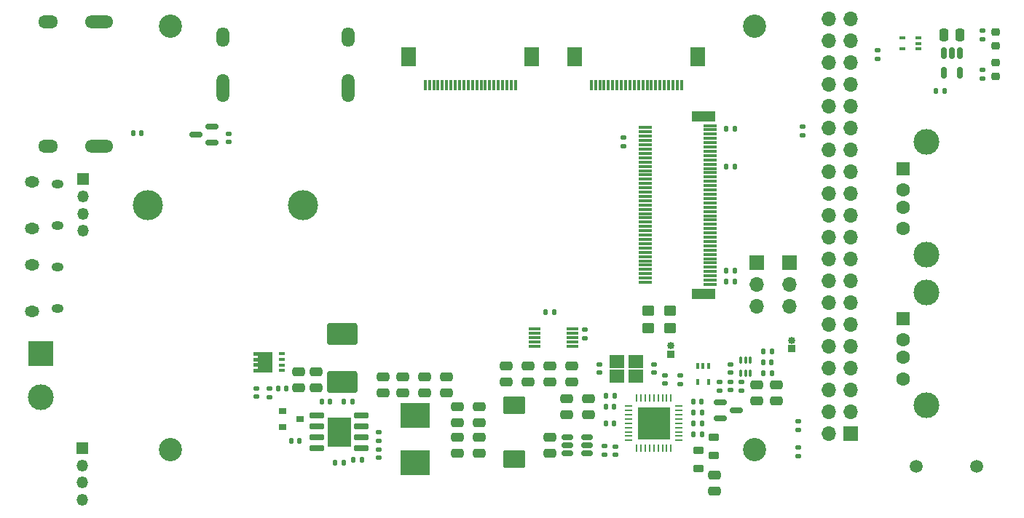
<source format=gts>
G04 #@! TF.GenerationSoftware,KiCad,Pcbnew,(6.99.0-1603-g82820d4b1c)*
G04 #@! TF.CreationDate,2022-06-17T10:58:42+02:00*
G04 #@! TF.ProjectId,Unifying,556e6966-7969-46e6-972e-6b696361645f,rev?*
G04 #@! TF.SameCoordinates,Original*
G04 #@! TF.FileFunction,Soldermask,Top*
G04 #@! TF.FilePolarity,Negative*
%FSLAX46Y46*%
G04 Gerber Fmt 4.6, Leading zero omitted, Abs format (unit mm)*
G04 Created by KiCad (PCBNEW (6.99.0-1603-g82820d4b1c)) date 2022-06-17 10:58:42*
%MOMM*%
%LPD*%
G01*
G04 APERTURE LIST*
G04 Aperture macros list*
%AMRoundRect*
0 Rectangle with rounded corners*
0 $1 Rounding radius*
0 $2 $3 $4 $5 $6 $7 $8 $9 X,Y pos of 4 corners*
0 Add a 4 corners polygon primitive as box body*
4,1,4,$2,$3,$4,$5,$6,$7,$8,$9,$2,$3,0*
0 Add four circle primitives for the rounded corners*
1,1,$1+$1,$2,$3*
1,1,$1+$1,$4,$5*
1,1,$1+$1,$6,$7*
1,1,$1+$1,$8,$9*
0 Add four rect primitives between the rounded corners*
20,1,$1+$1,$2,$3,$4,$5,0*
20,1,$1+$1,$4,$5,$6,$7,0*
20,1,$1+$1,$6,$7,$8,$9,0*
20,1,$1+$1,$8,$9,$2,$3,0*%
%AMFreePoly0*
4,1,17,1.395000,0.765000,0.855000,0.765000,0.855000,0.535000,1.395000,0.535000,1.395000,0.115000,0.855000,0.115000,0.855000,-0.115000,1.395000,-0.115000,1.395000,-0.535000,0.855000,-0.535000,0.855000,-0.765000,1.395000,-0.765000,1.395000,-1.185000,-0.855000,-1.185000,-0.855000,1.185000,1.395000,1.185000,1.395000,0.765000,1.395000,0.765000,$1*%
G04 Aperture macros list end*
%ADD10R,0.300000X1.300000*%
%ADD11R,1.800000X2.200000*%
%ADD12RoundRect,0.135000X-0.185000X0.135000X-0.185000X-0.135000X0.185000X-0.135000X0.185000X0.135000X0*%
%ADD13RoundRect,0.135000X0.135000X0.185000X-0.135000X0.185000X-0.135000X-0.185000X0.135000X-0.185000X0*%
%ADD14RoundRect,0.135000X0.185000X-0.135000X0.185000X0.135000X-0.185000X0.135000X-0.185000X-0.135000X0*%
%ADD15C,2.700000*%
%ADD16R,0.400000X0.650000*%
%ADD17R,0.850000X0.850000*%
%ADD18O,0.850000X0.850000*%
%ADD19RoundRect,0.250000X0.475000X-0.250000X0.475000X0.250000X-0.475000X0.250000X-0.475000X-0.250000X0*%
%ADD20C,3.500000*%
%ADD21RoundRect,0.140000X0.140000X0.170000X-0.140000X0.170000X-0.140000X-0.170000X0.140000X-0.170000X0*%
%ADD22R,3.000000X3.000000*%
%ADD23C,3.000000*%
%ADD24RoundRect,0.150000X-0.587500X-0.150000X0.587500X-0.150000X0.587500X0.150000X-0.587500X0.150000X0*%
%ADD25RoundRect,0.250000X-0.475000X0.250000X-0.475000X-0.250000X0.475000X-0.250000X0.475000X0.250000X0*%
%ADD26RoundRect,0.135000X-0.135000X-0.185000X0.135000X-0.185000X0.135000X0.185000X-0.135000X0.185000X0*%
%ADD27R,0.700000X0.420000*%
%ADD28FreePoly0,180.000000*%
%ADD29RoundRect,0.250000X-0.450000X0.350000X-0.450000X-0.350000X0.450000X-0.350000X0.450000X0.350000X0*%
%ADD30R,1.800000X1.500000*%
%ADD31R,3.500000X2.950000*%
%ADD32RoundRect,0.250000X-1.025000X0.787500X-1.025000X-0.787500X1.025000X-0.787500X1.025000X0.787500X0*%
%ADD33RoundRect,0.140000X-0.170000X0.140000X-0.170000X-0.140000X0.170000X-0.140000X0.170000X0.140000X0*%
%ADD34R,0.900000X0.800000*%
%ADD35RoundRect,0.250000X0.250000X0.475000X-0.250000X0.475000X-0.250000X-0.475000X0.250000X-0.475000X0*%
%ADD36RoundRect,0.140000X0.170000X-0.140000X0.170000X0.140000X-0.170000X0.140000X-0.170000X-0.140000X0*%
%ADD37RoundRect,0.250000X0.450000X-0.350000X0.450000X0.350000X-0.450000X0.350000X-0.450000X-0.350000X0*%
%ADD38R,1.400000X0.300000*%
%ADD39R,1.700000X1.700000*%
%ADD40O,1.700000X1.700000*%
%ADD41RoundRect,0.079000X-0.079000X0.343500X-0.079000X-0.343500X0.079000X-0.343500X0.079000X0.343500X0*%
%ADD42RoundRect,0.140000X-0.140000X-0.170000X0.140000X-0.170000X0.140000X0.170000X-0.140000X0.170000X0*%
%ADD43RoundRect,0.150000X-0.150000X0.512500X-0.150000X-0.512500X0.150000X-0.512500X0.150000X0.512500X0*%
%ADD44R,2.710000X3.400000*%
%ADD45RoundRect,0.150000X-0.737500X-0.150000X0.737500X-0.150000X0.737500X0.150000X-0.737500X0.150000X0*%
%ADD46RoundRect,0.062500X-0.350000X-0.062500X0.350000X-0.062500X0.350000X0.062500X-0.350000X0.062500X0*%
%ADD47RoundRect,0.062500X-0.062500X-0.350000X0.062500X-0.350000X0.062500X0.350000X-0.062500X0.350000X0*%
%ADD48R,3.700000X3.700000*%
%ADD49RoundRect,0.218750X-0.256250X0.218750X-0.256250X-0.218750X0.256250X-0.218750X0.256250X0.218750X0*%
%ADD50RoundRect,0.218750X-0.381250X0.218750X-0.381250X-0.218750X0.381250X-0.218750X0.381250X0.218750X0*%
%ADD51R,0.650000X0.400000*%
%ADD52RoundRect,0.218750X0.381250X-0.218750X0.381250X0.218750X-0.381250X0.218750X-0.381250X-0.218750X0*%
%ADD53R,2.750000X1.200000*%
%ADD54R,1.550000X0.300000*%
%ADD55RoundRect,0.249999X-1.500001X1.025001X-1.500001X-1.025001X1.500001X-1.025001X1.500001X1.025001X0*%
%ADD56RoundRect,0.150000X0.587500X0.150000X-0.587500X0.150000X-0.587500X-0.150000X0.587500X-0.150000X0*%
%ADD57RoundRect,0.150000X-0.512500X-0.150000X0.512500X-0.150000X0.512500X0.150000X-0.512500X0.150000X0*%
%ADD58RoundRect,0.218750X0.256250X-0.218750X0.256250X0.218750X-0.256250X0.218750X-0.256250X-0.218750X0*%
%ADD59O,1.700000X1.300000*%
%ADD60O,1.400000X1.000000*%
%ADD61R,1.350000X1.350000*%
%ADD62O,1.350000X1.350000*%
%ADD63O,1.500000X2.300000*%
%ADD64O,1.500000X3.300000*%
%ADD65C,1.500000*%
%ADD66R,1.500000X1.600000*%
%ADD67C,1.600000*%
%ADD68O,2.300000X1.500000*%
%ADD69O,3.300000X1.500000*%
G04 APERTURE END LIST*
D10*
X154713999Y-88895999D03*
X154213999Y-88895999D03*
X153713999Y-88895999D03*
X153213999Y-88895999D03*
X152713999Y-88895999D03*
X152213999Y-88895999D03*
X151713999Y-88895999D03*
X151213999Y-88895999D03*
X150713999Y-88895999D03*
X150213999Y-88895999D03*
X149713999Y-88895999D03*
X149213999Y-88895999D03*
X148713999Y-88895999D03*
X148213999Y-88895999D03*
X147713999Y-88895999D03*
X147213999Y-88895999D03*
X146713999Y-88895999D03*
X146213999Y-88895999D03*
X145713999Y-88895999D03*
X145213999Y-88895999D03*
X144713999Y-88895999D03*
X144213999Y-88895999D03*
D11*
X156613999Y-85645999D03*
X142313999Y-85645999D03*
D12*
X187564000Y-128004000D03*
X187564000Y-129024000D03*
D13*
X204630000Y-89580000D03*
X203610000Y-89580000D03*
D12*
X165085000Y-130925000D03*
X165085000Y-131945000D03*
X138796000Y-129274000D03*
X138796000Y-130294000D03*
D14*
X187564000Y-132072000D03*
X187564000Y-131052000D03*
D15*
X182484000Y-131308000D03*
D16*
X177164999Y-121594999D03*
X176514999Y-121594999D03*
X175864999Y-121594999D03*
X175864999Y-123494999D03*
X177164999Y-123494999D03*
D17*
X172749999Y-120199999D03*
D18*
X172749999Y-119199999D03*
D19*
X161275000Y-123495000D03*
X161275000Y-121595000D03*
D20*
X111999000Y-102860000D03*
D21*
X166200000Y-128260000D03*
X165240000Y-128260000D03*
D22*
X99491999Y-120131999D03*
D23*
X99492000Y-125212000D03*
D24*
X178498500Y-125786000D03*
X178498500Y-127686000D03*
X180373500Y-126736000D03*
D19*
X129525000Y-124130000D03*
X129525000Y-122230000D03*
D13*
X136850000Y-132490000D03*
X135830000Y-132490000D03*
D25*
X147940000Y-129850000D03*
X147940000Y-131750000D03*
D26*
X183498000Y-119878000D03*
X184518000Y-119878000D03*
D13*
X180200000Y-110480000D03*
X179180000Y-110480000D03*
D10*
X174017999Y-88895999D03*
X173517999Y-88895999D03*
X173017999Y-88895999D03*
X172517999Y-88895999D03*
X172017999Y-88895999D03*
X171517999Y-88895999D03*
X171017999Y-88895999D03*
X170517999Y-88895999D03*
X170017999Y-88895999D03*
X169517999Y-88895999D03*
X169017999Y-88895999D03*
X168517999Y-88895999D03*
X168017999Y-88895999D03*
X167517999Y-88895999D03*
X167017999Y-88895999D03*
X166517999Y-88895999D03*
X166017999Y-88895999D03*
X165517999Y-88895999D03*
X165017999Y-88895999D03*
X164517999Y-88895999D03*
X164017999Y-88895999D03*
X163517999Y-88895999D03*
D11*
X175917999Y-85645999D03*
X161617999Y-85645999D03*
D26*
X175370000Y-128260000D03*
X176390000Y-128260000D03*
D12*
X126096000Y-124194000D03*
X126096000Y-125214000D03*
D19*
X131572000Y-124130000D03*
X131572000Y-122230000D03*
D27*
X127595999Y-122122999D03*
X127595999Y-121472999D03*
X127595999Y-120822999D03*
X127595999Y-120172999D03*
D28*
X125641000Y-121148000D03*
D25*
X158735000Y-129850000D03*
X158735000Y-131750000D03*
D19*
X158735000Y-123495000D03*
X158735000Y-121595000D03*
D29*
X170165000Y-115195000D03*
X170165000Y-117195000D03*
D30*
X166524999Y-122759999D03*
X168724999Y-122759999D03*
X168724999Y-121059999D03*
X166524999Y-121059999D03*
D19*
X139340000Y-124760000D03*
X139340000Y-122860000D03*
D13*
X135750000Y-125720000D03*
X134730000Y-125720000D03*
D31*
X143049999Y-127374999D03*
X143049999Y-132824999D03*
D32*
X154544000Y-126163500D03*
X154544000Y-132388500D03*
D33*
X166355000Y-130955000D03*
X166355000Y-131915000D03*
D34*
X127635999Y-128701999D03*
X129635999Y-127751999D03*
X127635999Y-126801999D03*
D14*
X208994000Y-88130000D03*
X208994000Y-87110000D03*
D17*
X186799999Y-119599999D03*
D18*
X186799999Y-118599999D03*
D35*
X206388000Y-83048000D03*
X204488000Y-83048000D03*
D36*
X179690000Y-124422000D03*
X179690000Y-123462000D03*
D19*
X150480000Y-128194000D03*
X150480000Y-126294000D03*
D33*
X138796000Y-131336000D03*
X138796000Y-132296000D03*
D26*
X165210000Y-125085000D03*
X166230000Y-125085000D03*
D36*
X164450000Y-122390000D03*
X164450000Y-121430000D03*
D33*
X124572000Y-124224000D03*
X124572000Y-125184000D03*
D37*
X172705000Y-117195000D03*
X172705000Y-115195000D03*
D25*
X182738000Y-123754000D03*
X182738000Y-125654000D03*
D13*
X180200000Y-98415000D03*
X179180000Y-98415000D03*
D19*
X160640000Y-127305000D03*
X160640000Y-125405000D03*
X141590000Y-124765000D03*
X141590000Y-122865000D03*
D38*
X161299999Y-119299999D03*
X161299999Y-118799999D03*
X161299999Y-118299999D03*
X161299999Y-117799999D03*
X161299999Y-117299999D03*
X156899999Y-117299999D03*
X156899999Y-117799999D03*
X156899999Y-118299999D03*
X156899999Y-118799999D03*
X156899999Y-119299999D03*
D39*
X193699999Y-129499999D03*
D40*
X191159999Y-129499999D03*
X193699999Y-126959999D03*
X191159999Y-126959999D03*
X193699999Y-124419999D03*
X191159999Y-124419999D03*
X193699999Y-121879999D03*
X191159999Y-121879999D03*
X193699999Y-119339999D03*
X191159999Y-119339999D03*
X193699999Y-116799999D03*
X191159999Y-116799999D03*
X193699999Y-114259999D03*
X191159999Y-114259999D03*
X193699999Y-111719999D03*
X191159999Y-111719999D03*
X193699999Y-109179999D03*
X191159999Y-109179999D03*
X193699999Y-106639999D03*
X191159999Y-106639999D03*
X193699999Y-104099999D03*
X191159999Y-104099999D03*
X193699999Y-101559999D03*
X191159999Y-101559999D03*
X193699999Y-99019999D03*
X191159999Y-99019999D03*
X193699999Y-96479999D03*
X191159999Y-96479999D03*
X193699999Y-93939999D03*
X191159999Y-93939999D03*
X193699999Y-91399999D03*
X191159999Y-91399999D03*
X193699999Y-88859999D03*
X191159999Y-88859999D03*
X193699999Y-86319999D03*
X191159999Y-86319999D03*
X193699999Y-83779999D03*
X191159999Y-83779999D03*
X193699999Y-81239999D03*
X191159999Y-81239999D03*
D41*
X181976000Y-120894000D03*
X181468000Y-120894000D03*
X180925000Y-120894000D03*
X180925000Y-122418000D03*
X181468000Y-122418000D03*
X181976000Y-122418000D03*
D21*
X128100000Y-124196000D03*
X127140000Y-124196000D03*
X184488000Y-121148000D03*
X183528000Y-121148000D03*
D19*
X144130000Y-124765000D03*
X144130000Y-122865000D03*
D33*
X170800000Y-121430000D03*
X170800000Y-122390000D03*
D20*
X130033000Y-102860000D03*
D26*
X158240000Y-115316000D03*
X159260000Y-115316000D03*
D36*
X172070000Y-123660000D03*
X172070000Y-122700000D03*
D19*
X163180000Y-127305000D03*
X163180000Y-125405000D03*
D13*
X134734000Y-132832000D03*
X133714000Y-132832000D03*
D15*
X182484000Y-82032000D03*
D19*
X177850000Y-136150000D03*
X177850000Y-134250000D03*
D13*
X180200000Y-93970000D03*
X179180000Y-93970000D03*
D42*
X110250000Y-94500000D03*
X111210000Y-94500000D03*
D14*
X188072000Y-94734000D03*
X188072000Y-93714000D03*
D43*
X206388000Y-85212500D03*
X205438000Y-85212500D03*
X204488000Y-85212500D03*
X204488000Y-87487500D03*
X206388000Y-87487500D03*
D21*
X129624000Y-130292000D03*
X128664000Y-130292000D03*
D12*
X196802000Y-84824000D03*
X196802000Y-85844000D03*
D44*
X134223999Y-129275999D03*
D45*
X131661500Y-127371000D03*
X131661500Y-128641000D03*
X131661500Y-129911000D03*
X131661500Y-131181000D03*
X136786500Y-131181000D03*
X136786500Y-129911000D03*
X136786500Y-128641000D03*
X136786500Y-127371000D03*
D46*
X167862500Y-126260000D03*
X167862500Y-126760000D03*
X167862500Y-127260000D03*
X167862500Y-127760000D03*
X167862500Y-128260000D03*
X167862500Y-128760000D03*
X167862500Y-129260000D03*
X167862500Y-129760000D03*
X167862500Y-130260000D03*
D47*
X168800000Y-131197500D03*
X169300000Y-131197500D03*
X169800000Y-131197500D03*
X170300000Y-131197500D03*
X170800000Y-131197500D03*
X171300000Y-131197500D03*
X171800000Y-131197500D03*
X172300000Y-131197500D03*
X172800000Y-131197500D03*
D46*
X173737500Y-130260000D03*
X173737500Y-129760000D03*
X173737500Y-129260000D03*
X173737500Y-128760000D03*
X173737500Y-128260000D03*
X173737500Y-127760000D03*
X173737500Y-127260000D03*
X173737500Y-126760000D03*
X173737500Y-126260000D03*
D47*
X172800000Y-125322500D03*
X172300000Y-125322500D03*
X171800000Y-125322500D03*
X171300000Y-125322500D03*
X170800000Y-125322500D03*
X170300000Y-125322500D03*
X169800000Y-125322500D03*
X169300000Y-125322500D03*
X168800000Y-125322500D03*
D48*
X170799999Y-128259999D03*
D19*
X153655000Y-123495000D03*
X153655000Y-121595000D03*
D14*
X162814000Y-118366000D03*
X162814000Y-117346000D03*
D21*
X133180000Y-125720000D03*
X132220000Y-125720000D03*
D49*
X210518000Y-82768500D03*
X210518000Y-84343500D03*
D12*
X208994000Y-82538000D03*
X208994000Y-83558000D03*
D15*
X114572000Y-131308000D03*
D12*
X180960000Y-123432000D03*
X180960000Y-124452000D03*
D39*
X186549999Y-109549999D03*
D40*
X186549999Y-112089999D03*
X186549999Y-114629999D03*
D50*
X177750000Y-129887500D03*
X177750000Y-132012500D03*
D33*
X179690000Y-121430000D03*
X179690000Y-122390000D03*
D51*
X201561999Y-84713999D03*
X201561999Y-84063999D03*
X201561999Y-83413999D03*
X199661999Y-83413999D03*
X199661999Y-84713999D03*
D26*
X183498000Y-122418000D03*
X184518000Y-122418000D03*
D25*
X185024000Y-123754000D03*
X185024000Y-125654000D03*
D14*
X173848000Y-123690000D03*
X173848000Y-122670000D03*
D19*
X146670000Y-124765000D03*
X146670000Y-122865000D03*
X156195000Y-123495000D03*
X156195000Y-121595000D03*
X147940000Y-128194000D03*
X147940000Y-126294000D03*
D52*
X175950000Y-133562500D03*
X175950000Y-131437500D03*
D53*
X176569999Y-92509999D03*
X176569999Y-113209999D03*
D54*
X177344999Y-93609999D03*
X169794999Y-93859999D03*
X177344999Y-94109999D03*
X169794999Y-94359999D03*
X177344999Y-94609999D03*
X169794999Y-94859999D03*
X177344999Y-95109999D03*
X169794999Y-95359999D03*
X177344999Y-95609999D03*
X169794999Y-95859999D03*
X177344999Y-96109999D03*
X169794999Y-96359999D03*
X177344999Y-96609999D03*
X169794999Y-96859999D03*
X177344999Y-97109999D03*
X169794999Y-97359999D03*
X177344999Y-97609999D03*
X169794999Y-97859999D03*
X177344999Y-98109999D03*
X169794999Y-98359999D03*
X177344999Y-98609999D03*
X169794999Y-98859999D03*
X177344999Y-99109999D03*
X169794999Y-99359999D03*
X177344999Y-99609999D03*
X169794999Y-99859999D03*
X177344999Y-100109999D03*
X169794999Y-100359999D03*
X177344999Y-100609999D03*
X169794999Y-100859999D03*
X177344999Y-101109999D03*
X169794999Y-101359999D03*
X177344999Y-101609999D03*
X169794999Y-101859999D03*
X177344999Y-102109999D03*
X169794999Y-102359999D03*
X177344999Y-102609999D03*
X169794999Y-102859999D03*
X177344999Y-103109999D03*
X169794999Y-103359999D03*
X177344999Y-103609999D03*
X169794999Y-103859999D03*
X177344999Y-104109999D03*
X169794999Y-104359999D03*
X177344999Y-104609999D03*
X169794999Y-104859999D03*
X177344999Y-105109999D03*
X169794999Y-105359999D03*
X177344999Y-105609999D03*
X169794999Y-105859999D03*
X177344999Y-106109999D03*
X169794999Y-106359999D03*
X177344999Y-106609999D03*
X169794999Y-106859999D03*
X177344999Y-107109999D03*
X169794999Y-107359999D03*
X177344999Y-107609999D03*
X169794999Y-107859999D03*
X177344999Y-108109999D03*
X169794999Y-108359999D03*
X177344999Y-108609999D03*
X169794999Y-108859999D03*
X177344999Y-109109999D03*
X169794999Y-109359999D03*
X177344999Y-109609999D03*
X169794999Y-109859999D03*
X177344999Y-110109999D03*
X169794999Y-110359999D03*
X177344999Y-110609999D03*
X169794999Y-110859999D03*
X177344999Y-111109999D03*
X169794999Y-111359999D03*
X177344999Y-111609999D03*
X169794999Y-111859999D03*
X177344999Y-112109999D03*
D55*
X134620000Y-117875000D03*
X134620000Y-123425000D03*
D42*
X175400000Y-125720000D03*
X176360000Y-125720000D03*
D56*
X119437500Y-95600000D03*
X119437500Y-93700000D03*
X117562500Y-94650000D03*
D14*
X167250000Y-96060000D03*
X167250000Y-95040000D03*
D21*
X166200000Y-126355000D03*
X165240000Y-126355000D03*
D13*
X180200000Y-111750000D03*
X179180000Y-111750000D03*
D57*
X160772500Y-129850000D03*
X160772500Y-130800000D03*
X160772500Y-131750000D03*
X163047500Y-131750000D03*
X163047500Y-130800000D03*
X163047500Y-129850000D03*
D26*
X175370000Y-129530000D03*
X176390000Y-129530000D03*
D58*
X210518000Y-87899500D03*
X210518000Y-86324500D03*
D12*
X178420000Y-123432000D03*
X178420000Y-124452000D03*
D39*
X182799999Y-109569999D03*
D40*
X182799999Y-112109999D03*
X182799999Y-114649999D03*
D15*
X114572000Y-82032000D03*
D25*
X150480000Y-129850000D03*
X150480000Y-131750000D03*
D26*
X175370000Y-126990000D03*
X176390000Y-126990000D03*
D36*
X121400000Y-95530000D03*
X121400000Y-94570000D03*
D59*
X98491999Y-115236999D03*
D60*
X101521999Y-114936999D03*
X101521999Y-110086999D03*
D59*
X98491999Y-109786999D03*
D61*
X104393999Y-131174999D03*
D62*
X104393999Y-133174999D03*
X104393999Y-135174999D03*
X104393999Y-137174999D03*
D63*
X120724999Y-83296749D03*
D64*
X120724999Y-89256749D03*
D63*
X135224999Y-83296749D03*
D64*
X135224999Y-89256749D03*
D65*
X201315000Y-133300000D03*
X208315000Y-133300000D03*
D66*
X199770999Y-116077999D03*
D67*
X199771000Y-118578000D03*
X199771000Y-120578000D03*
X199771000Y-123078000D03*
D23*
X202481000Y-113008000D03*
X202481000Y-126148000D03*
D61*
X104444999Y-99859999D03*
D62*
X104444999Y-101859999D03*
X104444999Y-103859999D03*
X104444999Y-105859999D03*
D59*
X98475999Y-105584999D03*
D60*
X101505999Y-105284999D03*
X101505999Y-100434999D03*
D59*
X98475999Y-100134999D03*
D68*
X100346749Y-96024999D03*
D69*
X106306749Y-96024999D03*
D68*
X100346749Y-81524999D03*
D69*
X106306749Y-81524999D03*
D66*
X199789999Y-98607999D03*
D67*
X199790000Y-101108000D03*
X199790000Y-103108000D03*
X199790000Y-105608000D03*
D23*
X202500000Y-95538000D03*
X202500000Y-108678000D03*
M02*

</source>
